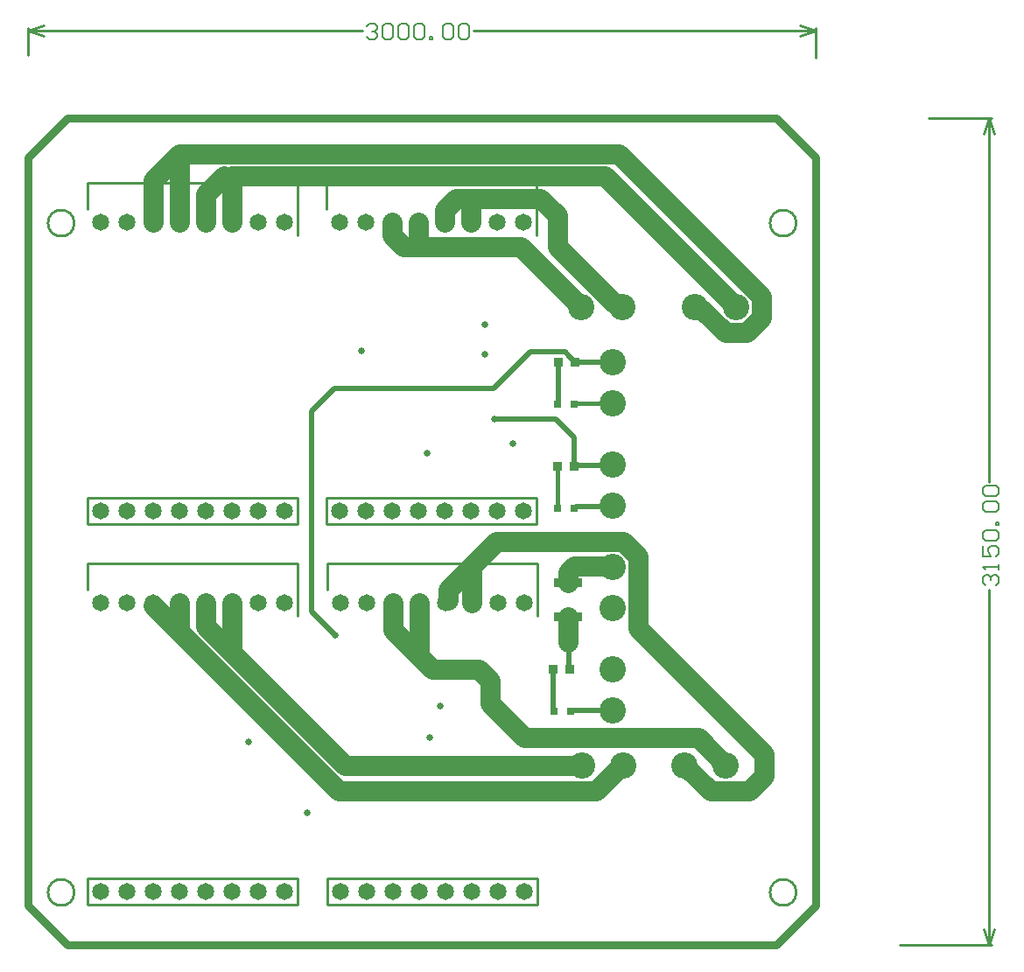
<source format=gtl>
G04*
G04 #@! TF.GenerationSoftware,Altium Limited,Altium Designer,22.9.1 (49)*
G04*
G04 Layer_Physical_Order=1*
G04 Layer_Color=255*
%FSLAX24Y24*%
%MOIN*%
G70*
G04*
G04 #@! TF.SameCoordinates,10C0EDED-7795-41B1-8CC0-87200EC90710*
G04*
G04*
G04 #@! TF.FilePolarity,Positive*
G04*
G01*
G75*
%ADD12C,0.0100*%
%ADD14C,0.0300*%
%ADD15C,0.0060*%
%ADD16R,0.0315X0.0295*%
%ADD17R,0.0354X0.0374*%
%ADD18R,0.1106X0.0327*%
%ADD24C,0.0750*%
%ADD25C,0.0200*%
%ADD26C,0.0150*%
%ADD27C,0.0650*%
%ADD28C,0.1004*%
%ADD29C,0.0250*%
D12*
X4750Y12948D02*
Y13050D01*
X15900D02*
X15975Y13125D01*
X29250Y2000D02*
G03*
X29250Y2000I-500J0D01*
G01*
Y27500D02*
G03*
X29250Y27500I-500J0D01*
G01*
X1750Y2000D02*
G03*
X1750Y2000I-500J0D01*
G01*
Y27500D02*
G03*
X1750Y27500I-500J0D01*
G01*
X2250Y1550D02*
X10250D01*
Y2550D01*
X2250D02*
X10250D01*
X2250Y1550D02*
Y2550D01*
X10250Y12550D02*
Y14550D01*
X3250D02*
X10250D01*
X2250Y13550D02*
Y14550D01*
X3250D01*
X2250Y29050D02*
X3250D01*
X2250Y28050D02*
Y29050D01*
X3250D02*
X10250D01*
Y27050D02*
Y29050D01*
X2250Y16050D02*
Y17050D01*
X10250D01*
Y16050D02*
Y17050D01*
X2250Y16050D02*
X10250D01*
X11400Y1550D02*
X19400D01*
Y2550D01*
X11400D02*
X19400D01*
X11400Y1550D02*
Y2550D01*
X19400Y12550D02*
Y14550D01*
X12400D02*
X19400D01*
X11400Y13550D02*
Y14550D01*
X12400D01*
X11350Y16050D02*
X19350D01*
Y17050D01*
X11350D02*
X19350D01*
X11350Y16050D02*
Y17050D01*
X19350Y27050D02*
Y29050D01*
X12350D02*
X19350D01*
X11350Y28050D02*
Y29050D01*
X12350D01*
X0Y34850D02*
X600Y35050D01*
X0Y34850D02*
X600Y34650D01*
X29400D02*
X30000Y34850D01*
X29400Y35050D02*
X30000Y34850D01*
X0D02*
X12731D01*
X16949D02*
X30000D01*
X0Y33900D02*
Y34950D01*
X30000Y33800D02*
Y34950D01*
X36400Y600D02*
X36600Y0D01*
X36800Y600D01*
X36600Y31500D02*
X36800Y30900D01*
X36400D02*
X36600Y31500D01*
Y0D02*
Y13531D01*
Y17649D02*
Y31500D01*
X33200Y0D02*
X36700D01*
X34300Y31500D02*
X36700D01*
D14*
X30000Y1500D02*
Y30000D01*
X1500Y31500D02*
X28500D01*
X30000Y30000D01*
X-0D02*
X0Y1500D01*
Y30000D02*
X1500Y31500D01*
X28500Y0D02*
X30000Y1500D01*
X0D02*
X1500Y0D01*
X28500D01*
D15*
X12891Y34990D02*
X12991Y35090D01*
X13191D01*
X13290Y34990D01*
Y34890D01*
X13191Y34790D01*
X13091D01*
X13191D01*
X13290Y34690D01*
Y34590D01*
X13191Y34490D01*
X12991D01*
X12891Y34590D01*
X13490Y34990D02*
X13590Y35090D01*
X13790D01*
X13890Y34990D01*
Y34590D01*
X13790Y34490D01*
X13590D01*
X13490Y34590D01*
Y34990D01*
X14090D02*
X14190Y35090D01*
X14390D01*
X14490Y34990D01*
Y34590D01*
X14390Y34490D01*
X14190D01*
X14090Y34590D01*
Y34990D01*
X14690D02*
X14790Y35090D01*
X14990D01*
X15090Y34990D01*
Y34590D01*
X14990Y34490D01*
X14790D01*
X14690Y34590D01*
Y34990D01*
X15290Y34490D02*
Y34590D01*
X15390D01*
Y34490D01*
X15290D01*
X15790Y34990D02*
X15890Y35090D01*
X16090D01*
X16190Y34990D01*
Y34590D01*
X16090Y34490D01*
X15890D01*
X15790Y34590D01*
Y34990D01*
X16389D02*
X16489Y35090D01*
X16689D01*
X16789Y34990D01*
Y34590D01*
X16689Y34490D01*
X16489D01*
X16389Y34590D01*
Y34990D01*
X36460Y13691D02*
X36360Y13791D01*
Y13991D01*
X36460Y14090D01*
X36560D01*
X36660Y13991D01*
Y13891D01*
Y13991D01*
X36760Y14090D01*
X36860D01*
X36960Y13991D01*
Y13791D01*
X36860Y13691D01*
X36960Y14290D02*
Y14490D01*
Y14390D01*
X36360D01*
X36460Y14290D01*
X36360Y15190D02*
Y14790D01*
X36660D01*
X36560Y14990D01*
Y15090D01*
X36660Y15190D01*
X36860D01*
X36960Y15090D01*
Y14890D01*
X36860Y14790D01*
X36460Y15390D02*
X36360Y15490D01*
Y15690D01*
X36460Y15790D01*
X36860D01*
X36960Y15690D01*
Y15490D01*
X36860Y15390D01*
X36460D01*
X36960Y15990D02*
X36860D01*
Y16090D01*
X36960D01*
Y15990D01*
X36460Y16490D02*
X36360Y16590D01*
Y16790D01*
X36460Y16890D01*
X36860D01*
X36960Y16790D01*
Y16590D01*
X36860Y16490D01*
X36460D01*
Y17090D02*
X36360Y17189D01*
Y17389D01*
X36460Y17489D01*
X36860D01*
X36960Y17389D01*
Y17189D01*
X36860Y17090D01*
X36460D01*
D16*
X20665Y8900D02*
D03*
X20035D02*
D03*
X20800Y16650D02*
D03*
X20170D02*
D03*
X20800Y20600D02*
D03*
X20170D02*
D03*
D17*
X20615Y10500D02*
D03*
X19985D02*
D03*
X20800Y18250D02*
D03*
X20170D02*
D03*
X20185Y22200D02*
D03*
X20815D02*
D03*
D18*
X20550Y13804D02*
D03*
Y12496D02*
D03*
D24*
X11825Y5873D02*
X21613D01*
X5750Y11948D02*
X11825Y5873D01*
X20550Y11550D02*
Y12496D01*
X16850Y28450D02*
X19500D01*
X16300D02*
X16850D01*
Y27550D02*
Y28450D01*
X15850Y28000D02*
X16300Y28450D01*
X19500D02*
X20150Y27800D01*
Y26600D02*
Y27800D01*
Y26600D02*
X22323Y24427D01*
X27927Y23895D02*
Y24705D01*
X22482Y30150D02*
X27927Y24705D01*
X5750Y30150D02*
X22482D01*
X5750Y27550D02*
Y30150D01*
X4750Y29150D02*
X5750Y30150D01*
X4750Y27550D02*
Y29150D01*
X26545Y23323D02*
X27355D01*
X25391Y24300D02*
X25440Y24251D01*
X25617D02*
X26545Y23323D01*
X25440Y24251D02*
X25617D01*
X27355Y23323D02*
X27927Y23895D01*
X7763Y29300D02*
X21950D01*
X26950Y24300D01*
X6750Y27550D02*
Y28600D01*
X7750Y27550D02*
Y29100D01*
X6750Y28600D02*
X7450Y29300D01*
X15850Y27550D02*
Y28000D01*
X14850Y26650D02*
Y27550D01*
X13850Y27039D02*
Y27550D01*
Y27039D02*
X14289Y26600D01*
X14900D02*
X18750D01*
X21050Y24300D01*
X22323Y24427D02*
X22413D01*
X22540Y24300D02*
X22609D01*
X22413Y24427D02*
X22540Y24300D01*
X25509Y7900D02*
X26559Y6850D01*
X25000D02*
X25977Y5873D01*
X7750Y11150D02*
X12050Y6850D01*
X6750Y12150D02*
X7750Y11150D01*
Y13050D01*
X4750Y12948D02*
X5750Y11948D01*
Y13050D01*
X6750Y12150D02*
Y13050D01*
X12050Y6850D02*
X21100D01*
X17600Y9200D02*
X18900Y7900D01*
X17600Y9200D02*
Y10061D01*
X17161Y10500D02*
X17600Y10061D01*
X15400Y10500D02*
X17161D01*
X13900Y12000D02*
X15400Y10500D01*
X14900Y11200D02*
Y13050D01*
X13900Y12000D02*
Y13050D01*
X20550Y13804D02*
Y14200D01*
X25977Y5873D02*
X27464D01*
X28036Y6445D01*
X21613Y5873D02*
X22590Y6850D01*
X28036Y6445D02*
Y7255D01*
X22590Y6850D02*
X22659D01*
X18900Y7900D02*
X25509D01*
X23227Y12064D02*
X28036Y7255D01*
X23227Y12064D02*
Y14805D01*
X20550Y14200D02*
X20800Y14450D01*
X22200D01*
X17827Y15377D02*
X22655D01*
X23227Y14805D01*
X15975Y13125D02*
Y13525D01*
X16900Y13050D02*
Y14450D01*
X15975Y13525D02*
X16900Y14450D01*
X17827Y15377D01*
X14289Y26600D02*
X14900D01*
X14850Y26650D02*
X14900Y26600D01*
D25*
X10800Y12700D02*
X11700Y11800D01*
X10800Y12700D02*
Y20350D01*
X11650Y21200D01*
X20582Y10532D02*
Y11518D01*
X20550Y11550D02*
X20582Y11518D01*
Y10532D02*
X20615Y10500D01*
X11650Y21200D02*
X17736D01*
X19985Y8948D02*
Y10500D01*
Y8948D02*
X20033Y8900D01*
X20035D01*
X20665D02*
X20685Y8920D01*
X22230D01*
X22250Y8941D01*
X20800Y16650D02*
X20848Y16698D01*
X20800Y18250D02*
Y19350D01*
X20100Y20050D02*
X20800Y19350D01*
X17750Y20050D02*
X20100D01*
X20170Y20600D02*
X20178Y20607D01*
Y22193D01*
X17736Y21200D02*
X19123Y22587D01*
X20178Y22193D02*
X20185Y22200D01*
X20815D02*
X20819Y22205D01*
X20815Y22200D02*
Y22210D01*
X20586Y22438D02*
X20815Y22210D01*
X20586Y22438D02*
Y22446D01*
X20445Y22587D02*
X20586Y22446D01*
X22200Y14450D02*
X22250Y14400D01*
X20848Y16698D02*
X22198D01*
X22250Y16750D01*
X20830Y18280D02*
X22220D01*
X20819Y22205D02*
X22245D01*
X22250Y22209D01*
X19123Y22587D02*
X20445D01*
D26*
X20170Y16650D02*
Y18250D01*
X20800D02*
X20830Y18280D01*
X20800Y20600D02*
X20825Y20625D01*
X22220Y18280D02*
X22250Y18309D01*
X20825Y20625D02*
X22225D01*
X22250Y20650D01*
D27*
X3750Y2050D02*
D03*
X9750Y13050D02*
D03*
X8750D02*
D03*
X7750D02*
D03*
X6750D02*
D03*
X5750D02*
D03*
X4750D02*
D03*
X3750D02*
D03*
X2750D02*
D03*
Y2050D02*
D03*
X9750D02*
D03*
X8750D02*
D03*
X7750D02*
D03*
X6750D02*
D03*
X5750D02*
D03*
X4750D02*
D03*
Y16550D02*
D03*
X5750D02*
D03*
X6750D02*
D03*
X7750D02*
D03*
X8750D02*
D03*
X9750D02*
D03*
X2750D02*
D03*
Y27550D02*
D03*
X3750D02*
D03*
X4750D02*
D03*
X5750D02*
D03*
X6750D02*
D03*
X7750D02*
D03*
X8750D02*
D03*
X9750D02*
D03*
X3750Y16550D02*
D03*
X12900Y2050D02*
D03*
X18900Y13050D02*
D03*
X17900D02*
D03*
X16900D02*
D03*
X15900D02*
D03*
X14900D02*
D03*
X13900D02*
D03*
X12900D02*
D03*
X11900D02*
D03*
Y2050D02*
D03*
X18900D02*
D03*
X17900D02*
D03*
X16900D02*
D03*
X15900D02*
D03*
X14900D02*
D03*
X13900D02*
D03*
X12850Y16550D02*
D03*
X18850Y27550D02*
D03*
X17850D02*
D03*
X16850D02*
D03*
X15850D02*
D03*
X14850D02*
D03*
X13850D02*
D03*
X12850D02*
D03*
X11850D02*
D03*
Y16550D02*
D03*
X18850D02*
D03*
X17850D02*
D03*
X16850D02*
D03*
X15850D02*
D03*
X14850D02*
D03*
X13850D02*
D03*
D28*
X21100Y6850D02*
D03*
X22659D02*
D03*
X25000D02*
D03*
X26559D02*
D03*
X22250Y8941D02*
D03*
Y10500D02*
D03*
Y12841D02*
D03*
Y14400D02*
D03*
Y16750D02*
D03*
Y18309D02*
D03*
Y22209D02*
D03*
Y20650D02*
D03*
X26950Y24300D02*
D03*
X25391D02*
D03*
X22609D02*
D03*
X21050D02*
D03*
D29*
X17400Y23650D02*
D03*
Y22500D02*
D03*
X15300Y7900D02*
D03*
X15700Y9100D02*
D03*
X10625Y5049D02*
D03*
X8400Y7750D02*
D03*
X11700Y11800D02*
D03*
X20550Y11550D02*
D03*
X15175Y18725D02*
D03*
X18450Y19115D02*
D03*
X17750Y20050D02*
D03*
X12680Y22650D02*
D03*
M02*

</source>
